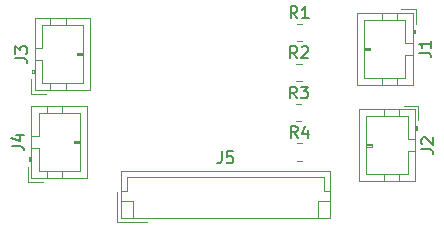
<source format=gbr>
%TF.GenerationSoftware,KiCad,Pcbnew,(6.0.11)*%
%TF.CreationDate,2024-02-05T17:50:25-08:00*%
%TF.ProjectId,ForceBoard,466f7263-6542-46f6-9172-642e6b696361,rev?*%
%TF.SameCoordinates,Original*%
%TF.FileFunction,Legend,Top*%
%TF.FilePolarity,Positive*%
%FSLAX46Y46*%
G04 Gerber Fmt 4.6, Leading zero omitted, Abs format (unit mm)*
G04 Created by KiCad (PCBNEW (6.0.11)) date 2024-02-05 17:50:25*
%MOMM*%
%LPD*%
G01*
G04 APERTURE LIST*
%ADD10C,0.150000*%
%ADD11C,0.120000*%
G04 APERTURE END LIST*
D10*
%TO.C,R3*%
X147475833Y-100852380D02*
X147142500Y-100376190D01*
X146904404Y-100852380D02*
X146904404Y-99852380D01*
X147285357Y-99852380D01*
X147380595Y-99900000D01*
X147428214Y-99947619D01*
X147475833Y-100042857D01*
X147475833Y-100185714D01*
X147428214Y-100280952D01*
X147380595Y-100328571D01*
X147285357Y-100376190D01*
X146904404Y-100376190D01*
X147809166Y-99852380D02*
X148428214Y-99852380D01*
X148094880Y-100233333D01*
X148237738Y-100233333D01*
X148332976Y-100280952D01*
X148380595Y-100328571D01*
X148428214Y-100423809D01*
X148428214Y-100661904D01*
X148380595Y-100757142D01*
X148332976Y-100804761D01*
X148237738Y-100852380D01*
X147952023Y-100852380D01*
X147856785Y-100804761D01*
X147809166Y-100757142D01*
%TO.C,R1*%
X147535833Y-94052380D02*
X147202500Y-93576190D01*
X146964404Y-94052380D02*
X146964404Y-93052380D01*
X147345357Y-93052380D01*
X147440595Y-93100000D01*
X147488214Y-93147619D01*
X147535833Y-93242857D01*
X147535833Y-93385714D01*
X147488214Y-93480952D01*
X147440595Y-93528571D01*
X147345357Y-93576190D01*
X146964404Y-93576190D01*
X148488214Y-94052380D02*
X147916785Y-94052380D01*
X148202500Y-94052380D02*
X148202500Y-93052380D01*
X148107261Y-93195238D01*
X148012023Y-93290476D01*
X147916785Y-93338095D01*
%TO.C,R2*%
X147505833Y-97442380D02*
X147172500Y-96966190D01*
X146934404Y-97442380D02*
X146934404Y-96442380D01*
X147315357Y-96442380D01*
X147410595Y-96490000D01*
X147458214Y-96537619D01*
X147505833Y-96632857D01*
X147505833Y-96775714D01*
X147458214Y-96870952D01*
X147410595Y-96918571D01*
X147315357Y-96966190D01*
X146934404Y-96966190D01*
X147886785Y-96537619D02*
X147934404Y-96490000D01*
X148029642Y-96442380D01*
X148267738Y-96442380D01*
X148362976Y-96490000D01*
X148410595Y-96537619D01*
X148458214Y-96632857D01*
X148458214Y-96728095D01*
X148410595Y-96870952D01*
X147839166Y-97442380D01*
X148458214Y-97442380D01*
%TO.C,R4*%
X147543333Y-104202380D02*
X147210000Y-103726190D01*
X146971904Y-104202380D02*
X146971904Y-103202380D01*
X147352857Y-103202380D01*
X147448095Y-103250000D01*
X147495714Y-103297619D01*
X147543333Y-103392857D01*
X147543333Y-103535714D01*
X147495714Y-103630952D01*
X147448095Y-103678571D01*
X147352857Y-103726190D01*
X146971904Y-103726190D01*
X148400476Y-103535714D02*
X148400476Y-104202380D01*
X148162380Y-103154761D02*
X147924285Y-103869047D01*
X148543333Y-103869047D01*
%TO.C,J3*%
X123652380Y-97443333D02*
X124366666Y-97443333D01*
X124509523Y-97490952D01*
X124604761Y-97586190D01*
X124652380Y-97729047D01*
X124652380Y-97824285D01*
X123652380Y-97062380D02*
X123652380Y-96443333D01*
X124033333Y-96776666D01*
X124033333Y-96633809D01*
X124080952Y-96538571D01*
X124128571Y-96490952D01*
X124223809Y-96443333D01*
X124461904Y-96443333D01*
X124557142Y-96490952D01*
X124604761Y-96538571D01*
X124652380Y-96633809D01*
X124652380Y-96919523D01*
X124604761Y-97014761D01*
X124557142Y-97062380D01*
%TO.C,J5*%
X141116666Y-105342380D02*
X141116666Y-106056666D01*
X141069047Y-106199523D01*
X140973809Y-106294761D01*
X140830952Y-106342380D01*
X140735714Y-106342380D01*
X142069047Y-105342380D02*
X141592857Y-105342380D01*
X141545238Y-105818571D01*
X141592857Y-105770952D01*
X141688095Y-105723333D01*
X141926190Y-105723333D01*
X142021428Y-105770952D01*
X142069047Y-105818571D01*
X142116666Y-105913809D01*
X142116666Y-106151904D01*
X142069047Y-106247142D01*
X142021428Y-106294761D01*
X141926190Y-106342380D01*
X141688095Y-106342380D01*
X141592857Y-106294761D01*
X141545238Y-106247142D01*
%TO.C,J1*%
X157822380Y-96973333D02*
X158536666Y-96973333D01*
X158679523Y-97020952D01*
X158774761Y-97116190D01*
X158822380Y-97259047D01*
X158822380Y-97354285D01*
X158822380Y-95973333D02*
X158822380Y-96544761D01*
X158822380Y-96259047D02*
X157822380Y-96259047D01*
X157965238Y-96354285D01*
X158060476Y-96449523D01*
X158108095Y-96544761D01*
%TO.C,J2*%
X158022380Y-105153333D02*
X158736666Y-105153333D01*
X158879523Y-105200952D01*
X158974761Y-105296190D01*
X159022380Y-105439047D01*
X159022380Y-105534285D01*
X158117619Y-104724761D02*
X158070000Y-104677142D01*
X158022380Y-104581904D01*
X158022380Y-104343809D01*
X158070000Y-104248571D01*
X158117619Y-104200952D01*
X158212857Y-104153333D01*
X158308095Y-104153333D01*
X158450952Y-104200952D01*
X159022380Y-104772380D01*
X159022380Y-104153333D01*
%TO.C,J4*%
X123372380Y-104873333D02*
X124086666Y-104873333D01*
X124229523Y-104920952D01*
X124324761Y-105016190D01*
X124372380Y-105159047D01*
X124372380Y-105254285D01*
X123705714Y-103968571D02*
X124372380Y-103968571D01*
X123324761Y-104206666D02*
X124039047Y-104444761D01*
X124039047Y-103825714D01*
D11*
%TO.C,R3*%
X147415436Y-101315000D02*
X147869564Y-101315000D01*
X147415436Y-102785000D02*
X147869564Y-102785000D01*
%TO.C,R1*%
X147475436Y-94515000D02*
X147929564Y-94515000D01*
X147475436Y-95985000D02*
X147929564Y-95985000D01*
%TO.C,R2*%
X147445436Y-97905000D02*
X147899564Y-97905000D01*
X147445436Y-99375000D02*
X147899564Y-99375000D01*
%TO.C,R4*%
X147482936Y-104665000D02*
X147937064Y-104665000D01*
X147482936Y-106135000D02*
X147937064Y-106135000D01*
%TO.C,J3*%
X130010000Y-100170000D02*
X130010000Y-94050000D01*
X126600000Y-100170000D02*
X126600000Y-99560000D01*
X125900000Y-96610000D02*
X125290000Y-96610000D01*
X125290000Y-98410000D02*
X125090000Y-98410000D01*
X129400000Y-99560000D02*
X129400000Y-94660000D01*
X125190000Y-98410000D02*
X125190000Y-98710000D01*
X125290000Y-100170000D02*
X130010000Y-100170000D01*
X128900000Y-97010000D02*
X129400000Y-97010000D01*
X124990000Y-99220000D02*
X124990000Y-100470000D01*
X129400000Y-97210000D02*
X128900000Y-97210000D01*
X125290000Y-94050000D02*
X125290000Y-100170000D01*
X125090000Y-98410000D02*
X125090000Y-98710000D01*
X125290000Y-97610000D02*
X125900000Y-97610000D01*
X130010000Y-94050000D02*
X125290000Y-94050000D01*
X126600000Y-94050000D02*
X126600000Y-94660000D01*
X125090000Y-98710000D02*
X125290000Y-98710000D01*
X129400000Y-94660000D02*
X125900000Y-94660000D01*
X125900000Y-94660000D02*
X125900000Y-96610000D01*
X125900000Y-99560000D02*
X129400000Y-99560000D01*
X129400000Y-97110000D02*
X128900000Y-97110000D01*
X128900000Y-97210000D02*
X128900000Y-97010000D01*
X124990000Y-100470000D02*
X126240000Y-100470000D01*
X127900000Y-94050000D02*
X127900000Y-94660000D01*
X125900000Y-97610000D02*
X125900000Y-99560000D01*
X127900000Y-100170000D02*
X127900000Y-99560000D01*
%TO.C,J5*%
X132590000Y-111000000D02*
X150310000Y-111000000D01*
X150310000Y-106980000D02*
X132590000Y-106980000D01*
X133590000Y-109500000D02*
X133590000Y-111000000D01*
X133090000Y-107480000D02*
X149810000Y-107480000D01*
X132290000Y-111300000D02*
X134790000Y-111300000D01*
X150310000Y-111000000D02*
X150310000Y-106980000D01*
X133090000Y-108690000D02*
X133090000Y-107480000D01*
X149810000Y-108690000D02*
X150310000Y-108690000D01*
X132590000Y-109500000D02*
X133590000Y-109500000D01*
X149310000Y-109500000D02*
X149310000Y-111000000D01*
X132590000Y-106980000D02*
X132590000Y-111000000D01*
X149810000Y-107480000D02*
X149810000Y-108690000D01*
X132290000Y-108800000D02*
X132290000Y-111300000D01*
X132590000Y-108690000D02*
X133090000Y-108690000D01*
X150310000Y-109500000D02*
X149310000Y-109500000D01*
%TO.C,J1*%
X154670000Y-93580000D02*
X154670000Y-94190000D01*
X155970000Y-93580000D02*
X155970000Y-94190000D01*
X153170000Y-99090000D02*
X156670000Y-99090000D01*
X153670000Y-96740000D02*
X153170000Y-96740000D01*
X157280000Y-95340000D02*
X157480000Y-95340000D01*
X157580000Y-93280000D02*
X156330000Y-93280000D01*
X153170000Y-94190000D02*
X153170000Y-99090000D01*
X156670000Y-99090000D02*
X156670000Y-97140000D01*
X156670000Y-96140000D02*
X156670000Y-94190000D01*
X152560000Y-99700000D02*
X157280000Y-99700000D01*
X153170000Y-96540000D02*
X153670000Y-96540000D01*
X155970000Y-99700000D02*
X155970000Y-99090000D01*
X152560000Y-93580000D02*
X152560000Y-99700000D01*
X153670000Y-96540000D02*
X153670000Y-96740000D01*
X157480000Y-95340000D02*
X157480000Y-95040000D01*
X157280000Y-93580000D02*
X152560000Y-93580000D01*
X153170000Y-96640000D02*
X153670000Y-96640000D01*
X156670000Y-94190000D02*
X153170000Y-94190000D01*
X154670000Y-99700000D02*
X154670000Y-99090000D01*
X156670000Y-97140000D02*
X157280000Y-97140000D01*
X157480000Y-95040000D02*
X157280000Y-95040000D01*
X157280000Y-96140000D02*
X156670000Y-96140000D01*
X157380000Y-95340000D02*
X157380000Y-95040000D01*
X157280000Y-99700000D02*
X157280000Y-93580000D01*
X157580000Y-94530000D02*
X157580000Y-93280000D01*
%TO.C,J2*%
X152760000Y-101760000D02*
X152760000Y-107880000D01*
X157480000Y-103520000D02*
X157680000Y-103520000D01*
X153370000Y-102370000D02*
X153370000Y-107270000D01*
X153370000Y-104820000D02*
X153870000Y-104820000D01*
X154870000Y-107880000D02*
X154870000Y-107270000D01*
X156870000Y-107270000D02*
X156870000Y-105320000D01*
X153870000Y-104920000D02*
X153370000Y-104920000D01*
X157780000Y-102710000D02*
X157780000Y-101460000D01*
X157480000Y-107880000D02*
X157480000Y-101760000D01*
X157480000Y-104320000D02*
X156870000Y-104320000D01*
X157680000Y-103520000D02*
X157680000Y-103220000D01*
X154870000Y-101760000D02*
X154870000Y-102370000D01*
X156170000Y-101760000D02*
X156170000Y-102370000D01*
X153370000Y-107270000D02*
X156870000Y-107270000D01*
X157780000Y-101460000D02*
X156530000Y-101460000D01*
X156870000Y-102370000D02*
X153370000Y-102370000D01*
X152760000Y-107880000D02*
X157480000Y-107880000D01*
X156870000Y-104320000D02*
X156870000Y-102370000D01*
X153870000Y-104720000D02*
X153870000Y-104920000D01*
X157580000Y-103520000D02*
X157580000Y-103220000D01*
X156870000Y-105320000D02*
X157480000Y-105320000D01*
X157680000Y-103220000D02*
X157480000Y-103220000D01*
X153370000Y-104720000D02*
X153870000Y-104720000D01*
X156170000Y-107880000D02*
X156170000Y-107270000D01*
X157480000Y-101760000D02*
X152760000Y-101760000D01*
%TO.C,J4*%
X124710000Y-107900000D02*
X125960000Y-107900000D01*
X124710000Y-106650000D02*
X124710000Y-107900000D01*
X125620000Y-105040000D02*
X125620000Y-106990000D01*
X128620000Y-104440000D02*
X129120000Y-104440000D01*
X124810000Y-106140000D02*
X125010000Y-106140000D01*
X124810000Y-105840000D02*
X124810000Y-106140000D01*
X125620000Y-106990000D02*
X129120000Y-106990000D01*
X129120000Y-102090000D02*
X125620000Y-102090000D01*
X129120000Y-104540000D02*
X128620000Y-104540000D01*
X129120000Y-106990000D02*
X129120000Y-102090000D01*
X129730000Y-101480000D02*
X125010000Y-101480000D01*
X127620000Y-101480000D02*
X127620000Y-102090000D01*
X126320000Y-107600000D02*
X126320000Y-106990000D01*
X127620000Y-107600000D02*
X127620000Y-106990000D01*
X126320000Y-101480000D02*
X126320000Y-102090000D01*
X125620000Y-102090000D02*
X125620000Y-104040000D01*
X128620000Y-104640000D02*
X128620000Y-104440000D01*
X129730000Y-107600000D02*
X129730000Y-101480000D01*
X125010000Y-107600000D02*
X129730000Y-107600000D01*
X125010000Y-101480000D02*
X125010000Y-107600000D01*
X125010000Y-105840000D02*
X124810000Y-105840000D01*
X124910000Y-105840000D02*
X124910000Y-106140000D01*
X129120000Y-104640000D02*
X128620000Y-104640000D01*
X125620000Y-104040000D02*
X125010000Y-104040000D01*
X125010000Y-105040000D02*
X125620000Y-105040000D01*
%TD*%
M02*

</source>
